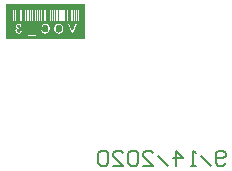
<source format=gbo>
G04*
G04 #@! TF.GenerationSoftware,Altium Limited,Altium Designer,20.2.3 (150)*
G04*
G04 Layer_Color=32896*
%FSLAX25Y25*%
%MOIN*%
G70*
G04*
G04 #@! TF.SameCoordinates,E3536D8E-EA57-4637-94A7-A09A4E1BA4FE*
G04*
G04*
G04 #@! TF.FilePolarity,Positive*
G04*
G01*
G75*
%ADD11C,0.00787*%
G36*
X249689Y415094D02*
X223311D01*
Y426906D01*
X249689D01*
Y415094D01*
D02*
G37*
%LPC*%
G36*
X247689Y424906D02*
X247472D01*
Y421241D01*
X247689D01*
Y424906D01*
D02*
G37*
G36*
X247037D02*
X246820D01*
Y421241D01*
X247037D01*
Y424906D01*
D02*
G37*
G36*
X246603D02*
X246168D01*
Y421241D01*
X246603D01*
Y424906D01*
D02*
G37*
G36*
X245951D02*
X245516D01*
Y421241D01*
X245951D01*
Y424906D01*
D02*
G37*
G36*
X245299D02*
X245082D01*
Y421241D01*
X245299D01*
Y424906D01*
D02*
G37*
G36*
X244865D02*
X244647D01*
Y421241D01*
X244865D01*
Y424906D01*
D02*
G37*
G36*
X244213D02*
X243778D01*
Y421241D01*
X244213D01*
Y424906D01*
D02*
G37*
G36*
X243561D02*
X243344D01*
Y421241D01*
X243561D01*
Y424906D01*
D02*
G37*
G36*
X243127D02*
X242909D01*
Y421241D01*
X243127D01*
Y424906D01*
D02*
G37*
G36*
X242692D02*
X242257D01*
Y421241D01*
X242692D01*
Y424906D01*
D02*
G37*
G36*
X242040D02*
X241606D01*
Y421241D01*
X242040D01*
Y424906D01*
D02*
G37*
G36*
X241389D02*
X241171D01*
Y421241D01*
X241389D01*
Y424906D01*
D02*
G37*
G36*
X240954D02*
X240519D01*
Y421241D01*
X240954D01*
Y424906D01*
D02*
G37*
G36*
X240302D02*
X240085D01*
Y421241D01*
X240302D01*
Y424906D01*
D02*
G37*
G36*
X239650D02*
X239433D01*
Y421241D01*
X239650D01*
Y424906D01*
D02*
G37*
G36*
X239216D02*
X238781D01*
Y421241D01*
X239216D01*
Y424906D01*
D02*
G37*
G36*
X238564D02*
X238130D01*
Y421241D01*
X238564D01*
Y424906D01*
D02*
G37*
G36*
X237912D02*
X237695D01*
Y421241D01*
X237912D01*
Y424906D01*
D02*
G37*
G36*
X237261D02*
X237043D01*
Y421241D01*
X237261D01*
Y424906D01*
D02*
G37*
G36*
X236826D02*
X236609D01*
Y421241D01*
X236826D01*
Y424906D01*
D02*
G37*
G36*
X236391D02*
X236174D01*
Y421241D01*
X236391D01*
Y424906D01*
D02*
G37*
G36*
X235957D02*
X235740D01*
Y421241D01*
X235957D01*
Y424906D01*
D02*
G37*
G36*
X235305D02*
X235088D01*
Y421241D01*
X235305D01*
Y424906D01*
D02*
G37*
G36*
X234653D02*
X234436D01*
Y421241D01*
X234653D01*
Y424906D01*
D02*
G37*
G36*
X234002D02*
X233784D01*
Y421241D01*
X234002D01*
Y424906D01*
D02*
G37*
G36*
X233567D02*
X233133D01*
Y421241D01*
X233567D01*
Y424906D01*
D02*
G37*
G36*
X232915D02*
X232698D01*
Y421241D01*
X232915D01*
Y424906D01*
D02*
G37*
G36*
X232481D02*
X232046D01*
Y421241D01*
X232481D01*
Y424906D01*
D02*
G37*
G36*
X231829D02*
X231612D01*
Y421241D01*
X231829D01*
Y424906D01*
D02*
G37*
G36*
X231177D02*
X230960D01*
Y421241D01*
X231177D01*
Y424906D01*
D02*
G37*
G36*
X230743D02*
X230308D01*
Y421241D01*
X230743D01*
Y424906D01*
D02*
G37*
G36*
X230091D02*
X229656D01*
Y421241D01*
X230091D01*
Y424906D01*
D02*
G37*
G36*
X229222D02*
X229005D01*
Y421241D01*
X229222D01*
Y424906D01*
D02*
G37*
G36*
X228787D02*
X228570D01*
Y421241D01*
X228787D01*
Y424906D01*
D02*
G37*
G36*
X228353D02*
X228136D01*
Y421241D01*
X228353D01*
Y424906D01*
D02*
G37*
G36*
X227918D02*
X227701D01*
Y421241D01*
X227918D01*
Y424906D01*
D02*
G37*
G36*
X227267D02*
X227049D01*
Y421241D01*
X227267D01*
Y424906D01*
D02*
G37*
G36*
X226832D02*
X226397D01*
Y421241D01*
X226832D01*
Y424906D01*
D02*
G37*
G36*
X226180D02*
X225746D01*
Y421241D01*
X226180D01*
Y424906D01*
D02*
G37*
G36*
X225529D02*
X225311D01*
Y421241D01*
X225529D01*
Y424906D01*
D02*
G37*
G36*
X227715Y420308D02*
X227670D01*
X227645Y420304D01*
X227621Y420301D01*
X227555Y420294D01*
X227482Y420280D01*
X227399Y420259D01*
X227316Y420231D01*
X227232Y420193D01*
X227229D01*
X227222Y420190D01*
X227211Y420183D01*
X227194Y420172D01*
X227156Y420148D01*
X227107Y420113D01*
X227052Y420068D01*
X226996Y420016D01*
X226941Y419957D01*
X226892Y419888D01*
Y419884D01*
X226889Y419881D01*
X226882Y419867D01*
X226875Y419853D01*
X226865Y419836D01*
X226854Y419815D01*
X226833Y419763D01*
X226813Y419700D01*
X226792Y419631D01*
X226778Y419555D01*
X226774Y419475D01*
Y419471D01*
Y419464D01*
Y419454D01*
Y419440D01*
X226781Y419398D01*
X226788Y419350D01*
X226802Y419291D01*
X226823Y419228D01*
X226851Y419163D01*
X226889Y419097D01*
Y419093D01*
X226892Y419090D01*
X226910Y419069D01*
X226934Y419038D01*
X226972Y418999D01*
X227017Y418954D01*
X227076Y418909D01*
X227142Y418868D01*
X227219Y418826D01*
X227215D01*
X227205Y418822D01*
X227191Y418819D01*
X227170Y418812D01*
X227149Y418805D01*
X227121Y418795D01*
X227055Y418767D01*
X226986Y418729D01*
X226913Y418684D01*
X226840Y418625D01*
X226778Y418552D01*
X226774Y418548D01*
X226771Y418541D01*
X226764Y418531D01*
X226753Y418514D01*
X226740Y418496D01*
X226726Y418472D01*
X226712Y418444D01*
X226698Y418409D01*
X226684Y418375D01*
X226670Y418337D01*
X226642Y418250D01*
X226625Y418149D01*
X226618Y418094D01*
Y418038D01*
Y418035D01*
Y418021D01*
X226622Y417997D01*
Y417969D01*
X226629Y417931D01*
X226636Y417889D01*
X226642Y417844D01*
X226656Y417792D01*
X226674Y417736D01*
X226694Y417681D01*
X226719Y417622D01*
X226750Y417563D01*
X226785Y417500D01*
X226826Y417441D01*
X226871Y417382D01*
X226927Y417327D01*
X226930Y417323D01*
X226941Y417313D01*
X226958Y417299D01*
X226982Y417282D01*
X227010Y417261D01*
X227048Y417237D01*
X227090Y417209D01*
X227139Y417185D01*
X227191Y417157D01*
X227250Y417129D01*
X227312Y417105D01*
X227382Y417084D01*
X227454Y417067D01*
X227531Y417053D01*
X227611Y417042D01*
X227697Y417039D01*
X227715D01*
X227739Y417042D01*
X227767D01*
X227805Y417046D01*
X227847Y417053D01*
X227892Y417060D01*
X227944Y417070D01*
X227999Y417084D01*
X228055Y417101D01*
X228114Y417119D01*
X228173Y417143D01*
X228232Y417174D01*
X228287Y417205D01*
X228346Y417244D01*
X228398Y417289D01*
X228402Y417292D01*
X228409Y417299D01*
X228423Y417313D01*
X228443Y417334D01*
X228464Y417358D01*
X228488Y417389D01*
X228513Y417424D01*
X228540Y417466D01*
X228568Y417507D01*
X228596Y417559D01*
X228624Y417611D01*
X228648Y417670D01*
X228669Y417733D01*
X228690Y417799D01*
X228704Y417868D01*
X228714Y417941D01*
X228322Y417993D01*
Y417990D01*
X228319Y417979D01*
X228315Y417962D01*
X228308Y417938D01*
X228301Y417910D01*
X228294Y417879D01*
X228270Y417806D01*
X228239Y417726D01*
X228201Y417646D01*
X228152Y417573D01*
X228124Y417542D01*
X228096Y417511D01*
X228093D01*
X228089Y417504D01*
X228079Y417497D01*
X228069Y417486D01*
X228034Y417466D01*
X227985Y417438D01*
X227926Y417410D01*
X227860Y417389D01*
X227781Y417372D01*
X227697Y417365D01*
X227670D01*
X227649Y417369D01*
X227628Y417372D01*
X227597Y417376D01*
X227534Y417389D01*
X227458Y417410D01*
X227378Y417445D01*
X227340Y417469D01*
X227302Y417493D01*
X227264Y417521D01*
X227225Y417556D01*
X227222Y417559D01*
X227219Y417566D01*
X227208Y417577D01*
X227194Y417591D01*
X227180Y417608D01*
X227166Y417632D01*
X227149Y417657D01*
X227128Y417688D01*
X227094Y417757D01*
X227066Y417837D01*
X227042Y417931D01*
X227038Y417979D01*
X227035Y418031D01*
Y418035D01*
Y418042D01*
Y418059D01*
X227038Y418076D01*
X227042Y418101D01*
X227045Y418125D01*
X227055Y418187D01*
X227080Y418260D01*
X227111Y418333D01*
X227132Y418371D01*
X227156Y418406D01*
X227184Y418441D01*
X227215Y418475D01*
X227219Y418479D01*
X227222Y418482D01*
X227232Y418493D01*
X227246Y418503D01*
X227264Y418517D01*
X227284Y418531D01*
X227337Y418566D01*
X227402Y418597D01*
X227479Y418625D01*
X227566Y418645D01*
X227614Y418649D01*
X227663Y418652D01*
X227683D01*
X227708Y418649D01*
X227739D01*
X227781Y418642D01*
X227826Y418635D01*
X227881Y418625D01*
X227940Y418611D01*
X227899Y418954D01*
X227892D01*
X227874Y418951D01*
X227853Y418947D01*
X227808D01*
X227791Y418951D01*
X227767D01*
X227742Y418954D01*
X227683Y418965D01*
X227614Y418979D01*
X227538Y419003D01*
X227458Y419034D01*
X227382Y419079D01*
X227378D01*
X227371Y419086D01*
X227364Y419093D01*
X227350Y419103D01*
X227316Y419135D01*
X227277Y419180D01*
X227243Y419235D01*
X227208Y419305D01*
X227194Y419343D01*
X227187Y419388D01*
X227180Y419433D01*
X227177Y419482D01*
Y419485D01*
Y419492D01*
Y419503D01*
X227180Y419520D01*
X227184Y419558D01*
X227194Y419610D01*
X227211Y419666D01*
X227239Y419725D01*
X227277Y419787D01*
X227298Y419815D01*
X227326Y419843D01*
X227333Y419850D01*
X227354Y419864D01*
X227385Y419888D01*
X227427Y419915D01*
X227482Y419940D01*
X227548Y419964D01*
X227621Y419978D01*
X227704Y419985D01*
X227725D01*
X227742Y419981D01*
X227763D01*
X227784Y419978D01*
X227840Y419968D01*
X227899Y419950D01*
X227964Y419922D01*
X228027Y419888D01*
X228089Y419839D01*
X228096Y419832D01*
X228114Y419811D01*
X228141Y419780D01*
X228169Y419732D01*
X228204Y419673D01*
X228235Y419596D01*
X228263Y419510D01*
X228284Y419409D01*
X228676Y419478D01*
Y419482D01*
X228672Y419496D01*
X228669Y419517D01*
X228662Y419544D01*
X228652Y419576D01*
X228641Y419614D01*
X228627Y419655D01*
X228610Y419700D01*
X228565Y419801D01*
X228540Y419850D01*
X228509Y419902D01*
X228475Y419950D01*
X228436Y419999D01*
X228395Y420047D01*
X228350Y420089D01*
X228346Y420092D01*
X228339Y420099D01*
X228322Y420110D01*
X228305Y420124D01*
X228277Y420141D01*
X228249Y420158D01*
X228214Y420179D01*
X228173Y420200D01*
X228131Y420217D01*
X228082Y420238D01*
X228030Y420256D01*
X227975Y420273D01*
X227912Y420287D01*
X227850Y420297D01*
X227784Y420304D01*
X227715Y420308D01*
D02*
G37*
G36*
X247035Y420297D02*
X246573D01*
X245740Y417969D01*
Y417965D01*
X245737Y417955D01*
X245730Y417941D01*
X245723Y417920D01*
X245716Y417896D01*
X245706Y417868D01*
X245695Y417837D01*
X245681Y417799D01*
X245657Y417719D01*
X245629Y417632D01*
X245602Y417539D01*
X245574Y417445D01*
Y417448D01*
X245570Y417455D01*
X245567Y417473D01*
X245560Y417490D01*
X245553Y417514D01*
X245546Y417542D01*
X245535Y417573D01*
X245525Y417608D01*
X245501Y417688D01*
X245470Y417778D01*
X245435Y417872D01*
X245400Y417969D01*
X244536Y420297D01*
X244106D01*
X245355Y417094D01*
X245792D01*
X247035Y420297D01*
D02*
G37*
G36*
X236492Y420353D02*
X236447D01*
X236413Y420349D01*
X236371Y420346D01*
X236322Y420339D01*
X236270Y420332D01*
X236211Y420322D01*
X236149Y420308D01*
X236083Y420294D01*
X236017Y420273D01*
X235948Y420249D01*
X235878Y420221D01*
X235812Y420186D01*
X235746Y420152D01*
X235684Y420106D01*
X235680Y420103D01*
X235670Y420096D01*
X235653Y420082D01*
X235632Y420061D01*
X235604Y420037D01*
X235573Y420006D01*
X235542Y419971D01*
X235503Y419929D01*
X235465Y419884D01*
X235427Y419832D01*
X235389Y419777D01*
X235354Y419714D01*
X235316Y419648D01*
X235285Y419576D01*
X235254Y419499D01*
X235226Y419419D01*
X235642Y419322D01*
Y419326D01*
X235649Y419336D01*
X235653Y419357D01*
X235663Y419381D01*
X235673Y419409D01*
X235691Y419440D01*
X235725Y419517D01*
X235771Y419600D01*
X235830Y419687D01*
X235892Y419766D01*
X235930Y419801D01*
X235968Y419832D01*
X235972Y419836D01*
X235979Y419839D01*
X235989Y419846D01*
X236007Y419857D01*
X236027Y419870D01*
X236052Y419884D01*
X236079Y419898D01*
X236114Y419912D01*
X236152Y419926D01*
X236191Y419940D01*
X236281Y419968D01*
X236385Y419985D01*
X236440Y419992D01*
X236534D01*
X236562Y419988D01*
X236593Y419985D01*
X236631Y419981D01*
X236673Y419978D01*
X236715Y419971D01*
X236815Y419947D01*
X236919Y419915D01*
X236971Y419895D01*
X237023Y419870D01*
X237072Y419843D01*
X237120Y419811D01*
X237124Y419808D01*
X237131Y419804D01*
X237145Y419794D01*
X237162Y419780D01*
X237179Y419763D01*
X237204Y419738D01*
X237228Y419714D01*
X237256Y419687D01*
X237283Y419652D01*
X237315Y419617D01*
X237370Y419537D01*
X237422Y419444D01*
X237468Y419336D01*
Y419333D01*
X237471Y419322D01*
X237478Y419305D01*
X237481Y419284D01*
X237488Y419256D01*
X237499Y419225D01*
X237506Y419187D01*
X237516Y419149D01*
X237526Y419103D01*
X237533Y419055D01*
X237551Y418951D01*
X237561Y418840D01*
X237565Y418722D01*
Y418718D01*
Y418705D01*
Y418684D01*
X237561Y418652D01*
Y418618D01*
X237558Y418576D01*
X237554Y418531D01*
X237551Y418479D01*
X237544Y418423D01*
X237537Y418368D01*
X237516Y418246D01*
X237485Y418125D01*
X237447Y418007D01*
Y418004D01*
X237440Y417993D01*
X237433Y417979D01*
X237426Y417958D01*
X237412Y417931D01*
X237395Y417903D01*
X237356Y417837D01*
X237304Y417761D01*
X237242Y417688D01*
X237166Y417615D01*
X237124Y417584D01*
X237079Y417552D01*
X237075D01*
X237068Y417546D01*
X237054Y417539D01*
X237034Y417528D01*
X237009Y417518D01*
X236982Y417504D01*
X236950Y417493D01*
X236916Y417480D01*
X236836Y417452D01*
X236742Y417427D01*
X236642Y417410D01*
X236590Y417407D01*
X236534Y417403D01*
X236499D01*
X236475Y417407D01*
X236444Y417410D01*
X236409Y417414D01*
X236368Y417421D01*
X236326Y417427D01*
X236229Y417452D01*
X236180Y417469D01*
X236128Y417490D01*
X236076Y417514D01*
X236027Y417542D01*
X235979Y417573D01*
X235930Y417608D01*
X235927Y417611D01*
X235920Y417618D01*
X235906Y417629D01*
X235889Y417646D01*
X235871Y417667D01*
X235847Y417695D01*
X235823Y417726D01*
X235795Y417761D01*
X235767Y417802D01*
X235739Y417847D01*
X235712Y417896D01*
X235684Y417951D01*
X235660Y418011D01*
X235635Y418076D01*
X235611Y418146D01*
X235594Y418219D01*
X235170Y418111D01*
Y418104D01*
X235177Y418087D01*
X235184Y418062D01*
X235198Y418024D01*
X235212Y417983D01*
X235233Y417931D01*
X235254Y417875D01*
X235281Y417816D01*
X235313Y417750D01*
X235347Y417688D01*
X235385Y417618D01*
X235431Y417552D01*
X235479Y417490D01*
X235531Y417427D01*
X235590Y417369D01*
X235653Y417313D01*
X235656Y417310D01*
X235670Y417303D01*
X235687Y417289D01*
X235715Y417271D01*
X235746Y417251D01*
X235788Y417226D01*
X235833Y417202D01*
X235889Y417178D01*
X235948Y417153D01*
X236010Y417129D01*
X236079Y417105D01*
X236156Y417084D01*
X236236Y417067D01*
X236319Y417053D01*
X236406Y417046D01*
X236499Y417042D01*
X236548D01*
X236586Y417046D01*
X236628Y417049D01*
X236680Y417053D01*
X236735Y417060D01*
X236798Y417070D01*
X236864Y417080D01*
X236933Y417094D01*
X237002Y417112D01*
X237072Y417129D01*
X237145Y417153D01*
X237214Y417181D01*
X237280Y417212D01*
X237343Y417251D01*
X237346Y417254D01*
X237356Y417261D01*
X237374Y417271D01*
X237395Y417289D01*
X237422Y417313D01*
X237454Y417337D01*
X237488Y417369D01*
X237526Y417407D01*
X237565Y417448D01*
X237606Y417493D01*
X237644Y417542D01*
X237686Y417597D01*
X237728Y417657D01*
X237766Y417719D01*
X237801Y417788D01*
X237835Y417861D01*
X237839Y417865D01*
X237842Y417879D01*
X237849Y417903D01*
X237860Y417931D01*
X237873Y417969D01*
X237887Y418011D01*
X237901Y418062D01*
X237919Y418118D01*
X237932Y418181D01*
X237950Y418246D01*
X237964Y418316D01*
X237974Y418392D01*
X237995Y418552D01*
X237998Y418635D01*
X238002Y418718D01*
Y418725D01*
Y418739D01*
Y418767D01*
X237998Y418802D01*
X237995Y418847D01*
X237991Y418899D01*
X237984Y418954D01*
X237978Y419017D01*
X237967Y419083D01*
X237957Y419152D01*
X237922Y419301D01*
X237898Y419374D01*
X237873Y419447D01*
X237846Y419523D01*
X237811Y419593D01*
X237807Y419596D01*
X237801Y419610D01*
X237790Y419628D01*
X237776Y419655D01*
X237755Y419687D01*
X237731Y419721D01*
X237703Y419759D01*
X237672Y419804D01*
X237634Y419846D01*
X237596Y419895D01*
X237551Y419940D01*
X237502Y419988D01*
X237450Y420034D01*
X237395Y420079D01*
X237332Y420120D01*
X237270Y420158D01*
X237266Y420162D01*
X237252Y420165D01*
X237235Y420176D01*
X237207Y420190D01*
X237176Y420203D01*
X237134Y420221D01*
X237089Y420238D01*
X237041Y420256D01*
X236985Y420273D01*
X236923Y420290D01*
X236860Y420308D01*
X236791Y420322D01*
X236649Y420346D01*
X236572Y420349D01*
X236492Y420353D01*
D02*
G37*
G36*
X241076D02*
X241034D01*
X241003Y420349D01*
X240961Y420346D01*
X240916Y420342D01*
X240867Y420335D01*
X240812Y420325D01*
X240749Y420315D01*
X240687Y420301D01*
X240621Y420283D01*
X240552Y420262D01*
X240482Y420238D01*
X240413Y420211D01*
X240347Y420179D01*
X240277Y420141D01*
X240274Y420138D01*
X240260Y420131D01*
X240243Y420120D01*
X240218Y420103D01*
X240187Y420082D01*
X240156Y420054D01*
X240118Y420023D01*
X240076Y419988D01*
X240031Y419947D01*
X239986Y419902D01*
X239941Y419853D01*
X239896Y419801D01*
X239854Y419745D01*
X239809Y419683D01*
X239771Y419617D01*
X239733Y419548D01*
X239729Y419544D01*
X239726Y419530D01*
X239715Y419510D01*
X239705Y419482D01*
X239688Y419447D01*
X239674Y419402D01*
X239656Y419353D01*
X239639Y419298D01*
X239622Y419239D01*
X239604Y419173D01*
X239587Y419100D01*
X239573Y419027D01*
X239563Y418947D01*
X239552Y418864D01*
X239549Y418781D01*
X239545Y418691D01*
Y418684D01*
Y418670D01*
Y418642D01*
X239549Y418607D01*
X239552Y418566D01*
X239556Y418517D01*
X239563Y418462D01*
X239570Y418399D01*
X239580Y418333D01*
X239594Y418264D01*
X239608Y418191D01*
X239629Y418118D01*
X239653Y418042D01*
X239677Y417969D01*
X239708Y417893D01*
X239743Y417820D01*
X239746Y417816D01*
X239754Y417802D01*
X239764Y417781D01*
X239778Y417757D01*
X239799Y417726D01*
X239823Y417688D01*
X239854Y417646D01*
X239885Y417601D01*
X239924Y417556D01*
X239965Y417507D01*
X240014Y417459D01*
X240062Y417410D01*
X240114Y417365D01*
X240173Y417320D01*
X240236Y417275D01*
X240302Y417237D01*
X240305Y417233D01*
X240319Y417230D01*
X240336Y417219D01*
X240364Y417205D01*
X240399Y417192D01*
X240437Y417174D01*
X240482Y417157D01*
X240534Y417139D01*
X240590Y417122D01*
X240649Y417105D01*
X240715Y417088D01*
X240781Y417074D01*
X240926Y417049D01*
X241003Y417046D01*
X241079Y417042D01*
X241124D01*
X241155Y417046D01*
X241194Y417049D01*
X241242Y417053D01*
X241291Y417060D01*
X241350Y417070D01*
X241409Y417080D01*
X241475Y417094D01*
X241541Y417112D01*
X241610Y417133D01*
X241679Y417157D01*
X241749Y417188D01*
X241818Y417219D01*
X241887Y417257D01*
X241891Y417261D01*
X241901Y417268D01*
X241922Y417282D01*
X241947Y417299D01*
X241974Y417320D01*
X242009Y417348D01*
X242047Y417379D01*
X242089Y417414D01*
X242134Y417455D01*
X242176Y417500D01*
X242221Y417549D01*
X242266Y417601D01*
X242311Y417660D01*
X242353Y417719D01*
X242391Y417785D01*
X242429Y417854D01*
X242432Y417858D01*
X242436Y417872D01*
X242446Y417893D01*
X242457Y417920D01*
X242471Y417955D01*
X242484Y417997D01*
X242502Y418042D01*
X242519Y418097D01*
X242536Y418153D01*
X242554Y418215D01*
X242568Y418281D01*
X242582Y418351D01*
X242602Y418496D01*
X242606Y418576D01*
X242609Y418652D01*
Y418656D01*
Y418663D01*
Y418673D01*
Y418687D01*
X242606Y418708D01*
Y418729D01*
X242602Y418784D01*
X242595Y418850D01*
X242585Y418930D01*
X242575Y419013D01*
X242557Y419107D01*
X242533Y419208D01*
X242505Y419308D01*
X242471Y419412D01*
X242429Y419517D01*
X242380Y419621D01*
X242325Y419718D01*
X242259Y419815D01*
X242182Y419902D01*
X242179Y419905D01*
X242162Y419922D01*
X242137Y419943D01*
X242106Y419971D01*
X242061Y420006D01*
X242012Y420044D01*
X241953Y420085D01*
X241884Y420127D01*
X241808Y420169D01*
X241724Y420211D01*
X241634Y420249D01*
X241534Y420283D01*
X241429Y420311D01*
X241318Y420332D01*
X241200Y420349D01*
X241076Y420353D01*
D02*
G37*
G36*
X233446Y416491D02*
X230840D01*
Y416206D01*
X233446D01*
Y416491D01*
D02*
G37*
%LPD*%
G36*
X241117Y419985D02*
X241152D01*
X241190Y419978D01*
X241235Y419971D01*
X241284Y419961D01*
X241339Y419950D01*
X241398Y419933D01*
X241461Y419912D01*
X241527Y419888D01*
X241589Y419857D01*
X241655Y419822D01*
X241721Y419780D01*
X241787Y419732D01*
X241849Y419676D01*
X241853Y419673D01*
X241863Y419662D01*
X241881Y419641D01*
X241898Y419617D01*
X241926Y419582D01*
X241950Y419541D01*
X241981Y419489D01*
X242009Y419433D01*
X242040Y419364D01*
X242071Y419287D01*
X242096Y419204D01*
X242120Y419110D01*
X242141Y419010D01*
X242158Y418899D01*
X242169Y418777D01*
X242172Y418645D01*
Y418639D01*
Y418621D01*
X242169Y418590D01*
Y418548D01*
X242162Y418500D01*
X242155Y418444D01*
X242148Y418382D01*
X242134Y418316D01*
X242117Y418243D01*
X242096Y418167D01*
X242071Y418094D01*
X242040Y418017D01*
X242005Y417941D01*
X241964Y417868D01*
X241919Y417799D01*
X241863Y417733D01*
X241860Y417729D01*
X241849Y417719D01*
X241832Y417702D01*
X241808Y417681D01*
X241776Y417657D01*
X241738Y417629D01*
X241697Y417597D01*
X241648Y417570D01*
X241596Y417539D01*
X241534Y417507D01*
X241471Y417480D01*
X241402Y417455D01*
X241329Y417435D01*
X241249Y417417D01*
X241169Y417407D01*
X241083Y417403D01*
X241062D01*
X241037Y417407D01*
X241003Y417410D01*
X240961Y417414D01*
X240916Y417421D01*
X240860Y417431D01*
X240805Y417445D01*
X240742Y417462D01*
X240680Y417483D01*
X240614Y417511D01*
X240548Y417546D01*
X240482Y417584D01*
X240416Y417625D01*
X240354Y417677D01*
X240295Y417736D01*
X240291Y417740D01*
X240281Y417754D01*
X240267Y417771D01*
X240246Y417799D01*
X240222Y417834D01*
X240194Y417875D01*
X240166Y417924D01*
X240139Y417983D01*
X240111Y418045D01*
X240080Y418118D01*
X240055Y418194D01*
X240031Y418281D01*
X240010Y418375D01*
X239996Y418472D01*
X239986Y418580D01*
X239983Y418691D01*
Y418694D01*
Y418708D01*
Y418729D01*
X239986Y418756D01*
Y418791D01*
X239989Y418829D01*
X239993Y418875D01*
X240000Y418923D01*
X240014Y419031D01*
X240038Y419145D01*
X240073Y419260D01*
X240118Y419374D01*
Y419378D01*
X240125Y419388D01*
X240132Y419402D01*
X240142Y419423D01*
X240156Y419447D01*
X240173Y419475D01*
X240215Y419541D01*
X240270Y419614D01*
X240336Y419687D01*
X240413Y419759D01*
X240503Y419825D01*
X240507Y419829D01*
X240513Y419832D01*
X240527Y419839D01*
X240548Y419850D01*
X240572Y419864D01*
X240600Y419877D01*
X240631Y419891D01*
X240670Y419909D01*
X240711Y419922D01*
X240753Y419936D01*
X240850Y419964D01*
X240958Y419981D01*
X241017Y419988D01*
X241096D01*
X241117Y419985D01*
D02*
G37*
D11*
X296743Y373834D02*
X295910Y373001D01*
X294244D01*
X293411Y373834D01*
Y377166D01*
X294244Y377999D01*
X295910D01*
X296743Y377166D01*
Y376333D01*
X295910Y375500D01*
X293411D01*
X291745Y373001D02*
X288412Y376333D01*
X286746Y373001D02*
X285080D01*
X285913D01*
Y377999D01*
X286746Y377166D01*
X280082Y373001D02*
Y377999D01*
X282581Y375500D01*
X279249D01*
X277583Y373001D02*
X274250Y376333D01*
X269252Y373001D02*
X272584D01*
X269252Y376333D01*
Y377166D01*
X270085Y377999D01*
X271751D01*
X272584Y377166D01*
X267586D02*
X266753Y377999D01*
X265087D01*
X264254Y377166D01*
Y373834D01*
X265087Y373001D01*
X266753D01*
X267586Y373834D01*
Y377166D01*
X259255Y373001D02*
X262587D01*
X259255Y376333D01*
Y377166D01*
X260088Y377999D01*
X261754D01*
X262587Y377166D01*
X257589D02*
X256756Y377999D01*
X255090D01*
X254257Y377166D01*
Y373834D01*
X255090Y373001D01*
X256756D01*
X257589Y373834D01*
Y377166D01*
M02*

</source>
